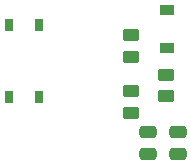
<source format=gtp>
G04 #@! TF.GenerationSoftware,KiCad,Pcbnew,(6.0.11)*
G04 #@! TF.CreationDate,2023-03-09T13:47:02+01:00*
G04 #@! TF.ProjectId,PCB_Dongle_Linky,5043425f-446f-46e6-976c-655f4c696e6b,rev?*
G04 #@! TF.SameCoordinates,Original*
G04 #@! TF.FileFunction,Paste,Top*
G04 #@! TF.FilePolarity,Positive*
%FSLAX46Y46*%
G04 Gerber Fmt 4.6, Leading zero omitted, Abs format (unit mm)*
G04 Created by KiCad (PCBNEW (6.0.11)) date 2023-03-09 13:47:02*
%MOMM*%
%LPD*%
G01*
G04 APERTURE LIST*
G04 Aperture macros list*
%AMRoundRect*
0 Rectangle with rounded corners*
0 $1 Rounding radius*
0 $2 $3 $4 $5 $6 $7 $8 $9 X,Y pos of 4 corners*
0 Add a 4 corners polygon primitive as box body*
4,1,4,$2,$3,$4,$5,$6,$7,$8,$9,$2,$3,0*
0 Add four circle primitives for the rounded corners*
1,1,$1+$1,$2,$3*
1,1,$1+$1,$4,$5*
1,1,$1+$1,$6,$7*
1,1,$1+$1,$8,$9*
0 Add four rect primitives between the rounded corners*
20,1,$1+$1,$2,$3,$4,$5,0*
20,1,$1+$1,$4,$5,$6,$7,0*
20,1,$1+$1,$6,$7,$8,$9,0*
20,1,$1+$1,$8,$9,$2,$3,0*%
G04 Aperture macros list end*
%ADD10RoundRect,0.250000X-0.450000X0.262500X-0.450000X-0.262500X0.450000X-0.262500X0.450000X0.262500X0*%
%ADD11RoundRect,0.250000X-0.475000X0.250000X-0.475000X-0.250000X0.475000X-0.250000X0.475000X0.250000X0*%
%ADD12RoundRect,0.250000X0.475000X-0.250000X0.475000X0.250000X-0.475000X0.250000X-0.475000X-0.250000X0*%
%ADD13R,0.800000X1.000000*%
%ADD14R,1.200000X0.900000*%
G04 APERTURE END LIST*
D10*
G04 #@! TO.C,R4*
X35950000Y-90787500D03*
X35950000Y-92612500D03*
G04 #@! TD*
D11*
G04 #@! TO.C,C2b0*
X39950000Y-94200000D03*
X39950000Y-96100000D03*
G04 #@! TD*
D12*
G04 #@! TO.C,C2b1*
X37400000Y-96100000D03*
X37400000Y-94200000D03*
G04 #@! TD*
D10*
G04 #@! TO.C,R5*
X35950000Y-86037500D03*
X35950000Y-87862500D03*
G04 #@! TD*
G04 #@! TO.C,R6*
X38900000Y-89387500D03*
X38900000Y-91212500D03*
G04 #@! TD*
D13*
G04 #@! TO.C,D1*
X25630000Y-91275000D03*
X28170000Y-91275000D03*
X28170000Y-85125000D03*
X25630000Y-85125000D03*
G04 #@! TD*
D14*
G04 #@! TO.C,DZ1*
X38950000Y-87150000D03*
X38950000Y-83850000D03*
G04 #@! TD*
M02*

</source>
